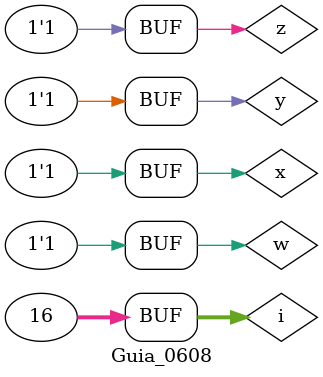
<source format=v>


module g0608 ( output s1,
               output s2,
               input  w, x, y, z ); // mintermos
    assign s1 = (w & x & y & z) | (w & x & ~y & ~z) | (w & ~x & ~y & z) | (~w & ~x & y & ~z); // expressao 
    assign s2 = (w & x & y & z) | (w & x & ~y & ~z) | (w & ~x & ~y & z) | (~w & ~x & y & ~z); // expressao simplificada
endmodule // g0608

module f0608 ( output s, input w, input x, input y, input z ); 
    // definir dado local   
    wire not_x, not_y;
    wire a1,a2,a3,a4,a5,a6,a7,a8,a9,a10,a11,a12;
    wire o1, o2;
    // descrever por portas
    not NOT1 ( not_w, w );
    not NOT2 ( not_x, x );
    not NOT3 ( not_y, y );
    not NOT4 ( not_z, z ); 
    and AND1 ( a1, w, x );
    and AND2 ( a2, y, z );
    and AND3 ( a3, a1, a2 ); // (w & x & y & z)
    and AND4 ( a4, w, x );
    and AND5 ( a5, not_y, not_z );
    and AND6 ( a6, a4, a5 ); // (w & x & ~y & ~z)
    and AND7 ( a7, w, not_x );
    and AND8 ( a8, not_y, z );
    and AND9 ( a9, a7, a8 ); // (w & ~x & ~y & z)
    and AND10( a10, not_w, not_x );
    and AND11( a11, y, not_z );
    and AND12( a12,a10,a11); // (~w & ~x & y & ~z)
    or  OR1  ( o1, a3, a6 );
    or  OR2  ( o2, a9, a12);
    or  OR3  ( s , o1, o2 );
endmodule // f0608

module fwxyz (output s1, input w, input  x, input y, input z); 
    assign s1 = (w & x & y & z) | (w & x & ~y & ~z) | (w & ~x & ~y & z) | (~w & ~x & y & ~z); 
endmodule // fwxyz 

// --------------------- 
// Guia_0608 
// --------------------- 

module Guia_0608; 
    reg   w = 0, x = 0, y = 0, z = 0; 
    wire  s1, s2, s3; 
    integer i = 0; 
    // instancias 
    g0608 EXP(s1, s2, w, x, y, z);
    f0608 CIR(s3, w, x, y, z);
    // fwxyz EXP(s1, w, x, y, z);
    // valores iniciais 
    initial begin: start 
        w=1'bx; x=1'b0; y=1'b0; z=1'b0;   // indefinidos 
    end // start

    // parte principal 
    initial begin: main 
        // identificacao 
        $display("Guia_0608 - Teste ");  
        
        // monitoramento 
        $display("\nExpressao:");
        $display(" w  x  y  z = s1"); 
        $monitor("%2b %2b %2b %2b = %2b", w, x, y, z, s1 ); 
        for (i = 0; i < 16; i = i + 1) begin
            { w, x, y, z } = i;
            #1;
        end // for

        $display("\nExpressao \"simplificada\":");
        $display(" w  x  y  z = s2"); 
        $monitor("%2b %2b %2b %2b = %2b", w, x, y, z, s2 ); 
        for (i = 0; i < 16; i = i + 1) begin
            { w, x, y, z } = i;
            #1;
        end // for

        $display("\nExpressao \"simplificada\" feita com Circuito:");
        $display(" w  x  y  z = s3"); 
        $monitor("%2b %2b %2b %2b = %2b", w, x, y, z, s3 ); 
        for (i = 0; i < 16; i = i + 1) begin
            { w, x, y, z } = i;
            #1;
        end // for
        
    end // main

endmodule // Guia_0608 
</source>
